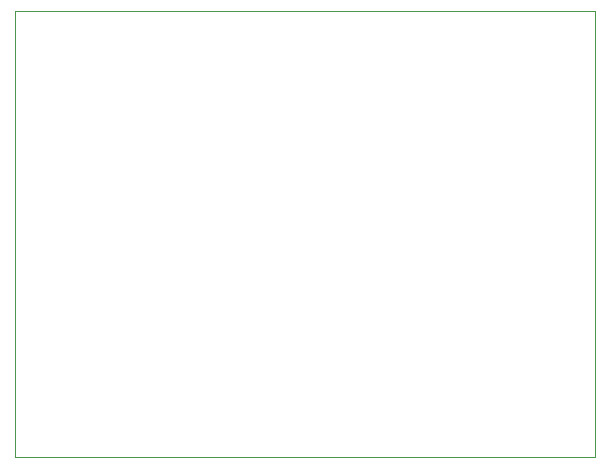
<source format=gbr>
%TF.GenerationSoftware,Altium Limited,Altium Designer,24.10.1 (45)*%
G04 Layer_Color=0*
%FSLAX45Y45*%
%MOMM*%
%TF.SameCoordinates,B7086401-7AB7-4448-8119-44CCD126B3FB*%
%TF.FilePolarity,Positive*%
%TF.FileFunction,Profile,NP*%
%TF.Part,Single*%
G01*
G75*
%TA.AperFunction,Profile*%
%ADD45C,0.02540*%
D45*
X4000500Y4572000D02*
Y8343900D01*
X8915400D01*
Y4572000D01*
X4000500D01*
%TF.MD5,eae657b613d2a3e4e59fb0ee0cc9c724*%
M02*

</source>
